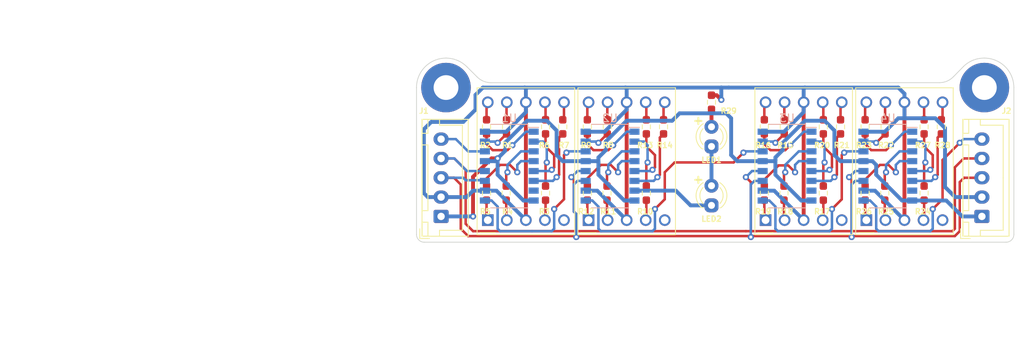
<source format=kicad_pcb>
(kicad_pcb (version 20221018) (generator pcbnew)
  (title_block (title "4 Digit 7 Segmen Display with 74HC595") (date "2023-06-30") (rev "Rev 1.0") (company "TooPayz") (comment 2 "Use at your own risk.") (comment 3 "Project completed and this board was never produced.") (comment 4 "Just trial and training :D."))
  (layers (0 "F.Cu" signal) (31 "B.Cu" signal) (34 "B.Paste" user) (35 "F.Paste" user) (36 "B.SilkS" user "B.Silkscreen") (37 "F.SilkS" user "F.Silkscreen") (38 "B.Mask" user) (39 "F.Mask" user) (44 "Edge.Cuts" user))
  (net 0 "")
  (net 1 "GND")
  (net 2 "+5V")
  (net 3 "Net-(J1-Pin_5)")
  (net 4 "/INP_RCLK")
  (net 5 "/INP_SRCLK")
  (net 6 "Net-(LED1-K)")
  (net 7 "Net-(LED1-A)")
  (net 8 "Net-(LED2-K)")
  (net 9 "Net-(U1-QA)")
  (net 10 "Net-(SEG1-A)")
  (net 11 "Net-(U1-QB)")
  (net 12 "Net-(SEG1-B)")
  (net 13 "Net-(U1-QC)")
  (net 14 "Net-(SEG1-C)")
  (net 15 "Net-(U1-QD)")
  (net 16 "Net-(SEG1-D)")
  (net 17 "Net-(U1-QE)")
  (net 18 "Net-(SEG1-E)")
  (net 19 "Net-(U1-QF)")
  (net 20 "Net-(SEG1-F)")
  (net 21 "Net-(U1-QG)")
  (net 22 "Net-(SEG1-G)")
  (net 23 "Net-(U2-QA)")
  (net 24 "Net-(SEG2-A)")
  (net 25 "Net-(U2-QB)")
  (net 26 "Net-(SEG2-B)")
  (net 27 "Net-(U2-QC)")
  (net 28 "Net-(SEG2-C)")
  (net 29 "Net-(U2-QD)")
  (net 30 "Net-(SEG2-D)")
  (net 31 "Net-(U2-QE)")
  (net 32 "Net-(SEG2-E)")
  (net 33 "Net-(U2-QF)")
  (net 34 "Net-(SEG2-F)")
  (net 35 "Net-(U2-QG)")
  (net 36 "Net-(SEG2-G)")
  (net 37 "Net-(U3-QA)")
  (net 38 "Net-(SEG3-A)")
  (net 39 "Net-(U3-QB)")
  (net 40 "Net-(SEG3-B)")
  (net 41 "Net-(U3-QC)")
  (net 42 "Net-(SEG3-C)")
  (net 43 "Net-(U3-QD)")
  (net 44 "Net-(SEG3-D)")
  (net 45 "Net-(U3-QE)")
  (net 46 "Net-(SEG3-E)")
  (net 47 "Net-(U3-QF)")
  (net 48 "Net-(SEG3-F)")
  (net 49 "Net-(U3-QG)")
  (net 50 "Net-(SEG3-G)")
  (net 51 "Net-(U4-QA)")
  (net 52 "Net-(SEG4-A)")
  (net 53 "Net-(U4-QB)")
  (net 54 "Net-(SEG4-B)")
  (net 55 "Net-(U4-QC)")
  (net 56 "Net-(SEG4-C)")
  (net 57 "Net-(U4-QD)")
  (net 58 "Net-(SEG4-D)")
  (net 59 "Net-(U4-QE)")
  (net 60 "Net-(SEG4-E)")
  (net 61 "Net-(U4-QF)")
  (net 62 "Net-(SEG4-F)")
  (net 63 "Net-(U4-QG)")
  (net 64 "Net-(SEG4-G)")
  (net 66 "Net-(U1-QH')")
  (net 67 "/toMinute")
  (net 69 "Net-(U3-QH')")
  (net 75 "/OUT_SER")
  (footprint "02pyzPassive:R_0603_HandSolder" (layer "F.Cu") (at 182.085 99.695 90)
    (fp_text reference "R21")
    (fp_text value "330")
  )
  (footprint "02pyzPassive:R_0603_HandSolder" (layer "F.Cu") (at 179.8625 99.695 90)
    (fp_text reference "R20")
    (fp_text value "330")
  )
  (footprint "02pyzPassive:R_0603_HandSolder" (layer "F.Cu") (at 185.26 99.695 90)
    (fp_text reference "R23")
    (fp_text value "330")
  )
  (footprint "02pyzPassive:R_0603_HandSolder" (layer "F.Cu") (at 157.0025 99.695 90)
    (fp_text reference "R13")
    (fp_text value "330")
  )
  (footprint "02pyzPassive:R_0603_HandSolder" (layer "F.Cu") (at 143.985 99.695 90)
    (fp_text reference "R6")
    (fp_text value "330")
  )
  (footprint "03pyzActive:LED_D3.0mm_RED" (layer "F.Cu") (at 165.4175 102.235 90)
    (fp_text reference "LED1")
    (fp_text value "LRED")
  )
  (footprint "02pyzPassive:R_0603_HandSolder" (layer "F.Cu") (at 143.985 108.2675 -90)
    (fp_text reference "R3")
    (fp_text value "330")
  )
  (footprint "02pyzPassive:R_0603_HandSolder" (layer "F.Cu") (at 195.1025 99.695 90)
    (fp_text reference "R28")
    (fp_text value "330")
  )
  (footprint "02pyzPassive:R_0603_HandSolder" (layer "F.Cu") (at 187.84 99.695 90)
    (fp_text reference "R22")
    (fp_text value "330")
  )
  (footprint "02pyzPassive:R_0603_HandSolder" (layer "F.Cu") (at 174.7825 108.2675 -90)
    (fp_text reference "R18")
    (fp_text value "330")
  )
  (footprint "02pyzPassive:R_0603_HandSolder" (layer "F.Cu") (at 149.3825 108.2675 -90)
    (fp_text reference "R12")
    (fp_text value "330")
  )
  (footprint "05pyzDisplay:Segmen-CA" (layer "F.Cu") (at 172.4025 111.76)
    (fp_text reference "SEG3" hide)
    (fp_text value "~" hide)
  )
  (footprint "05pyzDisplay:Segmen-CA" (layer "F.Cu") (at 149.5425 111.76)
    (fp_text reference "SEG2" hide)
    (fp_text value "~" hide)
  )
  (footprint "02pyzPassive:R_0603_HandSolder" (layer "F.Cu") (at 138.905 108.2675 -90)
    (fp_text reference "R4")
    (fp_text value "330")
  )
  (footprint "02pyzPassive:R_0603_HandSolder" (layer "F.Cu") (at 136.365 99.695 90)
    (fp_text reference "R2")
    (fp_text value "330")
  )
  (footprint "02pyzPassive:R_0603_HandSolder" (layer "F.Cu") (at 151.9625 99.695 90)
    (fp_text reference "R8")
    (fp_text value "330")
  )
  (footprint "02pyzPassive:R_0603_HandSolder" (layer "F.Cu") (at 157.0025 108.2675 -90)
    (fp_text reference "R10")
    (fp_text value "330")
  )
  (footprint "05pyzDisplay:Segmen-CA" (layer "F.Cu") (at 136.525 111.76)
    (fp_text reference "SEG1" hide)
    (fp_text value "~" hide)
  )
  (footprint "02pyzPassive:R_0603_HandSolder" (layer "F.Cu") (at 136.365 108.2675 -90)
    (fp_text reference "R5")
    (fp_text value "330")
  )
  (footprint "02pyzPassive:R_0603_HandSolder" (layer "F.Cu") (at 172.2425 108.2675 -90)
    (fp_text reference "R19")
    (fp_text value "330")
  )
  (footprint "02pyzPassive:R_0603_HandSolder" (layer "F.Cu") (at 192.88 99.695 90)
    (fp_text reference "R27")
    (fp_text value "330")
  )
  (footprint "02pyzPassive:R_0603_HandSolder" (layer "F.Cu") (at 149.3825 99.695 90)
    (fp_text reference "R9")
    (fp_text value "330")
  )
  (footprint "04pyzConnector:JST_XH_B5B-XH-A_1x05_P2.50mm_Vertical" (layer "F.Cu") (at 200.3425 111.2825 90)
    (fp_text reference "J2")
    (fp_text value "toMCU")
  )
  (footprint "02pyzPassive:R_0603_HandSolder" (layer "F.Cu") (at 151.9225 108.2675 -90)
    (fp_text reference "R11")
    (fp_text value "330")
  )
  (footprint "02pyzPassive:R_0603_HandSolder" (layer "F.Cu") (at 138.945 99.695 90)
    (fp_text reference "R1")
    (fp_text value "330")
  )
  (footprint "03pyzActive:LED_D3.0mm_RED" (layer "F.Cu") (at 165.4175 109.855 90)
    (fp_text reference "LED2")
    (fp_text value "LRED")
  )
  (footprint "01pyzGeneral:MountingHole_3.2mm_M3_Pad" (layer "F.Cu") (at 131.1275 94.615 90)
    (fp_text reference "H1" hide)
    (fp_text value "Screw" hide)
  )
  (footprint "02pyzPassive:R_0603_HandSolder" (layer "F.Cu") (at 185.26 108.2675 -90)
    (fp_text reference "R26")
    (fp_text value "330")
  )
  (footprint "02pyzPassive:R_0603_HandSolder" (layer "F.Cu") (at 165.4175 96.52 -90)
    (fp_text reference "R29")
    (fp_text value "330")
  )
  (footprint "02pyzPassive:R_0603_HandSolder" (layer "F.Cu") (at 172.2425 99.695 90)
    (fp_text reference "R16")
    (fp_text value "330")
  )
  (footprint "02pyzPassive:R_0603_HandSolder" (layer "F.Cu") (at 146.2075 99.695 90)
    (fp_text reference "R7")
    (fp_text value "330")
  )
  (footprint "02pyzPassive:R_0603_HandSolder" (layer "F.Cu") (at 192.88 108.2675 -90)
    (fp_text reference "R24")
    (fp_text value "330")
  )
  (footprint "05pyzDisplay:Segmen-CA" (layer "F.Cu") (at 185.42 111.76)
    (fp_text reference "SEG4" hide)
    (fp_text value "~" hide)
  )
  (footprint "01pyzGeneral:MountingHole_3.2mm_M3_Pad" (layer "F.Cu") (at 200.66 94.615)
    (fp_text reference "H2" hide)
    (fp_text value "Screw" hide)
  )
  (footprint "02pyzPassive:R_0603_HandSolder" (layer "F.Cu") (at 174.8225 99.695 90)
    (fp_text reference "R15")
    (fp_text value "330")
  )
  (footprint "02pyzPassive:R_0603_HandSolder" (layer "F.Cu") (at 187.8 108.2675 -90)
    (fp_text reference "R25")
    (fp_text value "330")
  )
  (footprint "02pyzPassive:R_0603_HandSolder" (layer "F.Cu") (at 179.8625 108.2675 -90)
    (fp_text reference "R17")
    (fp_text value "330")
  )
  (footprint "02pyzPassive:R_0603_HandSolder" (layer "F.Cu") (at 159.225 99.695 90)
    (fp_text reference "R14")
    (fp_text value "330")
  )
  (footprint "04pyzConnector:JST_XH_B5B-XH-A_1x05_P2.50mm_Vertical" (layer "F.Cu") (at 130.4925 111.2825 90)
    (fp_text reference "J1")
    (fp_text value "toMCU")
  )
  (footprint "Package_SO:SOP-16_4.4x10.4mm_P1.27mm" (layer "B.Cu") (at 175.175 104.775 180)
    (fp_text reference "U3")
    (fp_text value "IC-595")
  )
  (footprint "Package_SO:SOP-16_4.4x10.4mm_P1.27mm" (layer "B.Cu") (at 152.315 104.775 180)
    (fp_text reference "U2")
    (fp_text value "IC-595")
  )
  (footprint "Package_SO:SOP-16_4.4x10.4mm_P1.27mm" (layer "B.Cu") (at 188.1925 104.775 180)
    (fp_text reference "U4")
    (fp_text value "IC-595")
  )
  (footprint "Package_SO:SOP-16_4.4x10.4mm_P1.27mm" (layer "B.Cu") (at 139.2975 104.775 180)
    (fp_text reference "U1")
    (fp_text value "IC-595")
  )
  (gr_arc (start 127.3175 94.615) (mid 128.433423 91.920923) (end 131.1275 90.805) (stroke (width 0.1)) (layer "Edge.Cuts"))
  (gr_line (start 194.865281 93.98) (end 136.922219 93.98) (stroke (width 0.1)) (layer "Edge.Cuts"))
  (gr_line (start 204.47 94.615) (end 204.47 113.6175) (stroke (width 0.1)) (layer "Edge.Cuts"))
  (gr_arc (start 200.66 90.805) (mid 203.354077 91.920923) (end 204.47 94.615) (stroke (width 0.1)) (layer "Edge.Cuts"))
  (gr_arc (start 128.3175 114.6175) (mid 127.610393 114.324607) (end 127.3175 113.6175) (stroke (width 0.1)) (layer "Edge.Cuts"))
  (gr_arc (start 196.62904 93.251765) (mid 195.819378 93.790795) (end 194.865281 93.98) (stroke (width 0.1)) (layer "Edge.Cuts"))
  (gr_arc (start 204.47 113.6175) (mid 204.177107 114.324607) (end 203.47 114.6175) (stroke (width 0.1)) (layer "Edge.Cuts"))
  (gr_line (start 128.3175 114.6175) (end 203.47 114.6175) (stroke (width 0.1)) (layer "Edge.Cuts"))
  (gr_line (start 127.3175 113.6175) (end 127.3175 94.615003) (stroke (width 0.1)) (layer "Edge.Cuts"))
  (gr_line (start 196.62904 93.251765) (end 197.965923 91.887079) (stroke (width 0.1)) (layer "Edge.Cuts"))
  (gr_arc (start 131.1275 90.805) (mid 132.585524 91.095019) (end 133.821577 91.920923) (stroke (width 0.1)) (layer "Edge.Cuts"))
  (gr_arc (start 136.922219 93.98) (mid 135.968122 93.790787) (end 135.15846 93.251765) (stroke (width 0.1)) (layer "Edge.Cuts"))
  (gr_line (start 133.821577 91.920923) (end 135.15846 93.251765) (stroke (width 0.1)) (layer "Edge.Cuts"))
  (gr_arc (start 197.965923 91.887079) (mid 199.205346 91.078117) (end 200.66 90.805) (stroke (width 0.1)) (layer "Edge.Cuts"))
  (segment (start 137 103.778182) (end 134.62 106.158182) (width 0.5) (layer "F.Cu") (net 1))
  (segment (start 137.795 103.778182) (end 137 103.778182) (width 0.5) (layer "F.Cu") (net 1))
  (segment (start 134.62 106.158182) (end 134.62 111.2825) (width 0.5) (layer "F.Cu") (net 1))
  (via (at 137.795 103.778182) (size 0.8) (drill 0.4) (layers "F.Cu" "B.Cu") (net 1))
  (via (at 134.62 111.2825) (size 0.8) (drill 0.4) (layers "F.Cu" "B.Cu") (net 1))
  (segment (start 172.025 104.135) (end 168.745 104.135) (width 0.5) (layer "B.Cu") (net 1))
  (segment (start 141.1325 109.225) (end 137.795 105.8875) (width 0.5) (layer "B.Cu") (net 1))
  (segment (start 168.745 104.135) (end 167.9575 103.3475) (width 0.5) (layer "B.Cu") (net 1))
  (segment (start 173.6725 104.6175) (end 173.6725 103.9825) (width 0.5) (layer "B.Cu") (net 1))
  (segment (start 186.69 105.8875) (end 186.69 104.6175) (width 0.5) (layer "B.Cu") (net 1))
  (segment (start 141.605 98.9025) (end 138.7475 101.76) (width 0.5) (layer "B.Cu") (net 1))
  (segment (start 190.0275 109.225) (end 186.69 105.8875) (width 0.5) (layer "B.Cu") (net 1))
  (segment (start 195.7425 109.225) (end 197.8025 111.285) (width 0.5) (layer "B.Cu") (net 1))
  (segment (start 154.15 109.225) (end 150.8125 105.8875) (width 0.5) (layer "B.Cu") (net 1))
  (segment (start 149.165 104.135) (end 150.6475 104.135) (width 0.5) (layer "B.Cu") (net 1))
  (segment (start 173.52 104.135) (end 173.6725 103.9825) (width 0.5) (layer "B.Cu") (net 1))
  (segment (start 178.325 109.225) (end 177.01 109.225) (width 0.5) (layer "B.Cu") (net 1))
  (segment (start 191.3425 109.225) (end 190.0275 109.225) (width 0.5) (layer "B.Cu") (net 1))
  (segment (start 191.3425 109.225) (end 195.7425 109.225) (width 0.5) (layer "B.Cu") (net 1))
  (segment (start 160.3375 98.9025) (end 154.45995 98.9025) (width 0.5) (layer "B.Cu") (net 1))
  (segment (start 145.415 100.1725) (end 144.145 98.9025) (width 0.5) (layer "B.Cu") (net 1))
  (segment (start 173.6725 103.9825) (end 173.6725 103.6525) (width 0.5) (layer "B.Cu") (net 1))
  (segment (start 183.68 104.135) (end 182.08 104.135) (width 0.5) (layer "B.Cu") (net 1))
  (segment (start 151.765 101.59745) (end 151.765 102.7125) (width 0.5) (layer "B.Cu") (net 1))
  (segment (start 167.9575 103.3475) (end 167.9575 98.585) (width 0.5) (layer "B.Cu") (net 1))
  (segment (start 150.8125 104.3) (end 150.8125 103.665) (width 0.5) (layer "B.Cu") (net 1))
  (segment (start 173.6725 105.8875) (end 173.6725 104.6175) (width 0.5) (layer "B.Cu") (net 1))
  (segment (start 145.415 103.3475) (end 145.415 100.1725) (width 0.5) (layer "B.Cu") (net 1))
  (segment (start 177.01 109.225) (end 173.6725 105.8875) (width 0.5) (layer "B.Cu") (net 1))
  (segment (start 200.34 111.285) (end 200.3425 111.2825) (width 0.5) (layer "B.Cu") (net 1))
  (segment (start 134.62 111.2825) (end 130.4925 111.2825) (width 0.5) (layer "B.Cu") (net 1))
  (segment (start 161.29 97.95) (end 160.3375 98.9025) (width 0.5) (layer "B.Cu") (net 1))
  (segment (start 149.165 104.135) (end 146.2025 104.135) (width 0.5) (layer "B.Cu") (net 1))
  (segment (start 174.625 101.76) (end 177.4825 98.9025) (width 0.5) (layer "B.Cu") (net 1))
  (segment (start 181.2925 100.1725) (end 181.2925 103.3475) (width 0.5) (layer "B.Cu") (net 1))
  (segment (start 172.025 104.135) (end 173.52 104.135) (width 0.5) (layer "B.Cu") (net 1))
  (segment (start 197.8025 111.285) (end 200.34 111.285) (width 0.5) (layer "B.Cu") (net 1))
  (segment (start 177.4825 98.9025) (end 180.0225 98.9025) (width 0.5) (layer "B.Cu") (net 1))
  (segment (start 144.145 98.9025) (end 141.605 98.9025) (width 0.5) (layer "B.Cu") (net 1))
  (segment (start 150.8125 105.8875) (end 150.8125 104.3) (width 0.5) (layer "B.Cu") (net 1))
  (segment (start 167.3225 97.95) (end 161.29 97.95) (width 0.5) (layer "B.Cu") (net 1))
  (segment (start 186.2075 104.135) (end 185.0425 104.135) (width 0.5) (layer "B.Cu") (net 1))
  (segment (start 173.825 103.5) (end 174.625 102.7) (width 0.5) (layer "B.Cu") (net 1))
  (segment (start 150.6475 104.135) (end 150.8125 104.3) (width 0.5) (layer "B.Cu") (net 1))
  (segment (start 185.0425 104.135) (end 183.68 104.135) (width 0.5) (layer "B.Cu") (net 1))
  (segment (start 137.438182 104.135) (end 137.795 103.778182) (width 0.5) (layer "B.Cu") (net 1))
  (segment (start 137.795 105.8875) (end 137.795 103.778182) (width 0.5) (layer "B.Cu") (net 1))
  (segment (start 155.465 109.225) (end 154.15 109.225) (width 0.5) (layer "B.Cu") (net 1))
  (segment (start 154.45995 98.9025) (end 151.765 101.59745) (width 0.5) (layer "B.Cu") (net 1))
  (segment (start 180.0225 98.9025) (end 181.2925 100.1725) (width 0.5) (layer "B.Cu") (net 1))
  (segment (start 186.69 104.6175) (end 186.2075 104.135) (width 0.5) (layer "B.Cu") (net 1))
  (segment (start 136.1475 104.135) (end 137.438182 104.135) (width 0.5) (layer "B.Cu") (net 1))
  (segment (start 138.7475 101.76) (end 138.7475 102.825682) (width 0.5) (layer "B.Cu") (net 1))
  (segment (start 173.6725 103.6525) (end 173.825 103.5) (width 0.5) (layer "B.Cu") (net 1))
  (segment (start 182.08 104.135) (end 181.2925 103.3475) (width 0.5) (layer "B.Cu") (net 1))
  (segment (start 142.4475 109.225) (end 141.1325 109.225) (width 0.5) (layer "B.Cu") (net 1))
  (segment (start 151.765 102.7125) (end 150.8125 103.665) (width 0.5) (layer "B.Cu") (net 1))
  (segment (start 167.9575 98.585) (end 167.3225 97.95) (width 0.5) (layer "B.Cu") (net 1))
  (segment (start 146.2025 104.135) (end 145.415 103.3475) (width 0.5) (layer "B.Cu") (net 1))
  (segment (start 138.7475 102.825682) (end 137.795 103.778182) (width 0.5) (layer "B.Cu") (net 1))
  (segment (start 174.625 102.7) (end 174.625 101.76) (width 0.5) (layer "B.Cu") (net 1))
  (segment (start 166.0925 95.6075) (end 166.6875 96.2025) (width 0.5) (layer "F.Cu") (net 2))
  (segment (start 177.3225 96.52) (end 177.3225 111.76) (width 0.5) (layer "F.Cu") (net 2))
  (segment (start 165.4175 95.6075) (end 166.0925 95.6075) (width 0.5) (layer "F.Cu") (net 2))
  (segment (start 190.34 111.76) (end 190.34 96.52) (width 0.5) (layer "F.Cu") (net 2))
  (segment (start 154.4625 111.76) (end 154.4625 96.52) (width 0.5) (layer "F.Cu") (net 2))
  (segment (start 141.445 96.52) (end 141.445 111.76) (width 0.5) (layer "F.Cu") (net 2))
  (via (at 166.6875 96.2025) (size 0.8) (drill 0.4) (layers "F.Cu" "B.Cu") (net 2))
  (segment (start 133.7875 108.7825) (end 133.82625 108.74375) (width 0.5) (layer "B.Cu") (net 2))
  (segment (start 150.6525 107.95) (end 154.4625 111.76) (width 0.5) (layer "B.Cu") (net 2))
  (segment (start 171.925 107.95) (end 173.5125 107.95) (width 0.5) (layer "B.Cu") (net 2))
  (segment (start 184.9425 107.95) (end 186.53 107.95) (width 0.5) (layer "B.Cu") (net 2))
  (segment (start 195.58 99.855) (end 194.31 98.585) (width 0.5) (layer "B.Cu") (net 2))
  (segment (start 154.4625 96.52) (end 154.4625 97.475) (width 0.5) (layer "B.Cu") (net 2))
  (segment (start 167.64 94.615) (end 166.6875 94.615) (width 0.5) (layer "B.Cu") (net 2))
  (segment (start 141.445 96.52) (end 141.445 94.7725) (width 0.5) (layer "B.Cu") (net 2))
  (segment (start 174.79 100.325) (end 172.025 100.325) (width 0.5) (layer "B.Cu") (net 2))
  (segment (start 130.4925 108.7825) (end 133.7875 108.7825) (width 0.5) (layer "B.Cu") (net 2))
  (segment (start 189.5475 98.585) (end 189.23 98.9025) (width 0.5) (layer "B.Cu") (net 2))
  (segment (start 135.89 94.615) (end 134.9375 95.5675) (width 0.5) (layer "B.Cu") (net 2))
  (segment (start 186.53 107.95) (end 190.34 111.76) (width 0.5) (layer "B.Cu") (net 2))
  (segment (start 141.2875 94.615) (end 135.89 94.615) (width 0.5) (layer "B.Cu") (net 2))
  (segment (start 151.6125 100.325) (end 149.165 100.325) (width 0.5) (layer "B.Cu") (net 2))
  (segment (start 166.6875 94.615) (end 166.6875 96.2025) (width 0.5) (layer "B.Cu") (net 2))
  (segment (start 200.3425 108.7825) (end 196.8875 108.7825) (width 0.5) (layer "B.Cu") (net 2))
  (segment (start 166.6875 94.615) (end 154.305 94.615) (width 0.5) (layer "B.Cu") (net 2))
  (segment (start 177.3225 96.52) (end 177.3225 97.7925) (width 0.5) (layer "B.Cu") (net 2))
  (segment (start 190.34 98.425) (end 190.5 98.585) (width 0.5) (layer "B.Cu") (net 2))
  (segment (start 190.34 96.52) (end 190.34 95.4075) (width 0.5) (layer "B.Cu") (net 2))
  (segment (start 134.62 107.95) (end 136.0475 107.95) (width 0.5) (layer "B.Cu") (net 2))
  (segment (start 133.82625 108.74375) (end 134.62 107.95) (width 0.5) (layer "B.Cu") (net 2))
  (segment (start 189.23 98.9025) (end 187.8075 100.325) (width 0.5) (layer "B.Cu") (net 2))
  (segment (start 134.9375 97.4725) (end 133.35 99.06) (width 0.5) (layer "B.Cu") (net 2))
  (segment (start 130.4925 108.7825) (end 128.785 108.7825) (width 0.5) (layer "B.Cu") (net 2))
  (segment (start 134.9375 95.5675) (end 134.9375 97.4725) (width 0.5) (layer "B.Cu") (net 2))
  (segment (start 136.0475 107.95) (end 137.635 107.95) (width 0.5) (layer "B.Cu") (net 2))
  (segment (start 133.35 99.06) (end 129.2225 99.06) (width 0.5) (layer "B.Cu") (net 2))
  (segment (start 128.785 108.7825) (end 128.27 108.2675) (width 0.5) (layer "B.Cu") (net 2))
  (segment (start 138.905 100.33) (end 141.445 97.79) (width 0.5) (layer "B.Cu") (net 2))
  (segment (start 190.34 96.52) (end 190.34 98.425) (width 0.5) (layer "B.Cu") (net 2))
  (segment (start 154.305 94.615) (end 141.2875 94.615) (width 0.5) (layer "B.Cu") (net 2))
  (segment (start 177.3225 97.7925) (end 174.79 100.325) (width 0.5) (layer "B.Cu") (net 2))
  (segment (start 177.4825 94.615) (end 167.64 94.615) (width 0.5) (layer "B.Cu") (net 2))
  (segment (start 154.4625 97.475) (end 151.6125 100.325) (width 0.5) (layer "B.Cu") (net 2))
  (segment (start 190.34 95.4075) (end 189.5475 94.615) (width 0.5) (layer "B.Cu") (net 2))
  (segment (start 195.58 107.475) (end 195.58 99.855) (width 0.5) (layer "B.Cu") (net 2))
  (segment (start 189.5475 94.615) (end 177.4825 94.615) (width 0.5) (layer "B.Cu") (net 2))
  (segment (start 128.27 100.0125) (end 128.27 108.2675) (width 0.5) (layer "B.Cu") (net 2))
  (segment (start 137.635 107.95) (end 141.445 111.76) (width 0.5) (layer "B.Cu") (net 2))
  (segment (start 173.5125 107.95) (end 177.3225 111.76) (width 0.5) (layer "B.Cu") (net 2))
  (segment (start 129.2225 99.06) (end 128.27 100.0125) (width 0.5) (layer "B.Cu") (net 2))
  (segment (start 136.0475 100.33) (end 138.905 100.33) (width 0.5) (layer "B.Cu") (net 2))
  (segment (start 187.8075 100.325) (end 185.0425 100.325) (width 0.5) (layer "B.Cu") (net 2))
  (segment (start 141.445 97.79) (end 141.445 96.52) (width 0.5) (layer "B.Cu") (net 2))
  (segment (start 154.4625 94.7725) (end 154.305 94.615) (width 0.5) (layer "B.Cu") (net 2))
  (segment (start 194.31 98.585) (end 190.5 98.585) (width 0.5) (layer "B.Cu") (net 2))
  (segment (start 190.5 98.585) (end 189.5475 98.585) (width 0.5) (layer "B.Cu") (net 2))
  (segment (start 141.445 94.7725) (end 141.2875 94.615) (width 0.5) (layer "B.Cu") (net 2))
  (segment (start 177.3225 94.775) (end 177.4825 94.615) (width 0.5) (layer "B.Cu") (net 2))
  (segment (start 177.3225 96.52) (end 177.3225 94.775) (width 0.5) (layer "B.Cu") (net 2))
  (segment (start 196.8875 108.7825) (end 195.58 107.475) (width 0.5) (layer "B.Cu") (net 2))
  (segment (start 154.4625 96.52) (end 154.4625 94.7725) (width 0.5) (layer "B.Cu") (net 2))
  (segment (start 149.065 107.95) (end 150.6525 107.95) (width 0.5) (layer "B.Cu") (net 2))
  (segment (start 130.4925 101.2825) (end 132.3975 101.2825) (width 0.32) (layer "B.Cu") (net 3))
  (segment (start 132.3975 101.2825) (end 133.985 102.87) (width 0.32) (layer "B.Cu") (net 3))
  (segment (start 136.0475 102.87) (end 133.985 102.87) (width 0.32) (layer "B.Cu") (net 3))
  (segment (start 133.6675 105.2525) (end 133.6675 112.2375) (width 0.32) (layer "F.Cu") (net 4))
  (segment (start 196.85 104.935) (end 196.85 112.8725) (width 0.32) (layer "F.Cu") (net 4))
  (segment (start 147.32 106.205) (end 147.6375 106.5225) (width 0.32) (layer "F.Cu") (net 4))
  (segment (start 198.0025 103.7825) (end 196.85 104.935) (width 0.32) (layer "F.Cu") (net 4))
  (segment (start 183.515 106.5225) (end 183.515 113.19) (width 0.32) (layer "F.Cu") (net 4))
  (segment (start 133.6675 112.2375) (end 134.62 113.19) (width 0.32) (layer "F.Cu") (net 4))
  (segment (start 183.515 113.19) (end 170.4975 113.19) (width 0.32) (layer "F.Cu") (net 4))
  (segment (start 200.3425 103.7825) (end 198.0025 103.7825) (width 0.32) (layer "F.Cu") (net 4))
  (segment (start 196.5325 113.19) (end 183.515 113.19) (width 0.32) (layer "F.Cu") (net 4))
  (segment (start 134.62 113.19) (end 147.955 113.19) (width 0.32) (layer "F.Cu") (net 4))
  (segment (start 132.1975 103.7825) (end 133.6675 105.2525) (width 0.32) (layer "F.Cu") (net 4))
  (segment (start 170.4975 113.19) (end 170.4975 106.84) (width 0.32) (layer "F.Cu") (net 4))
  (segment (start 169.8625 113.19) (end 147.955 113.19) (width 0.32) (layer "F.Cu") (net 4))
  (segment (start 183.1975 106.205) (end 183.515 106.5225) (width 0.32) (layer "F.Cu") (net 4))
  (segment (start 170.4975 106.84) (end 169.8625 106.205) (width 0.32) (layer "F.Cu") (net 4))
  (segment (start 170.4975 113.19) (end 169.8625 113.19) (width 0.32) (layer "F.Cu") (net 4))
  (segment (start 147.6375 106.5225) (end 147.6375 110.65) (width 0.32) (layer "F.Cu") (net 4))
  (segment (start 147.955 110.9675) (end 147.955 113.19) (width 0.32) (layer "F.Cu") (net 4))
  (segment (start 196.85 112.8725) (end 196.5325 113.19) (width 0.32) (layer "F.Cu") (net 4))
  (segment (start 130.4925 103.7825) (end 132.1975 103.7825) (width 0.32) (layer "F.Cu") (net 4))
  (segment (start 147.6375 110.65) (end 147.955 110.9675) (width 0.32) (layer "F.Cu") (net 4))
  (via (at 147.32 106.205) (size 0.8) (drill 0.4) (layers "F.Cu" "B.Cu") (net 4))
  (via (at 169.8625 106.205) (size 0.8) (drill 0.4) (layers "F.Cu" "B.Cu") (net 4))
  (via (at 183.1975 106.205) (size 0.8) (drill 0.4) (layers "F.Cu" "B.Cu") (net 4))
  (segment (start 132.1975 103.7825) (end 130.4925 103.7825) (width 0.32) (layer "B.Cu") (net 4))
  (segment (start 133.83 105.415) (end 132.1975 103.7825) (width 0.32) (layer "B.Cu") (net 4))
  (segment (start 149.165 105.415) (end 148.11 105.415) (width 0.32) (layer "B.Cu") (net 4))
  (segment (start 170.6525 105.415) (end 169.8625 106.205) (width 0.32) (layer "B.Cu") (net 4))
  (segment (start 183.9875 105.415) (end 183.1975 106.205) (width 0.32) (layer "B.Cu") (net 4))
  (segment (start 185.0425 105.415) (end 183.9875 105.415) (width 0.32) (layer "B.Cu") (net 4))
  (segment (start 136.1475 105.415) (end 133.83 105.415) (width 0.32) (layer "B.Cu") (net 4))
  (segment (start 148.11 105.415) (end 147.32 106.205) (width 0.32) (layer "B.Cu") (net 4))
  (segment (start 172.025 105.415) (end 170.6525 105.415) (width 0.32) (layer "B.Cu") (net 4))
  (segment (start 196.85 113.825) (end 197.485 113.19) (width 0.32) (layer "F.Cu") (net 5))
  (segment (start 133.0325 112.8725) (end 133.0325 107.1575) (width 0.32) (layer "F.Cu") (net 5))
  (segment (start 197.485 113.19) (end 197.485 106.84) (width 0.32) (layer "F.Cu") (net 5))
  (segment (start 197.485 106.84) (end 198.0425 106.2825) (width 0.32) (layer "F.Cu") (net 5))
  (segment (start 198.0425 106.2825) (end 200.3425 106.2825) (width 0.32) (layer "F.Cu") (net 5))
  (segment (start 133.985 113.825) (end 196.85 113.825) (width 0.32) (layer "F.Cu") (net 5))
  (segment (start 130.4925 106.2825) (end 132.1575 106.2825) (width 0.32) (layer "F.Cu") (net 5))
  (segment (start 133.0325 112.8725) (end 133.985 113.825) (width 0.32) (layer "F.Cu") (net 5))
  (segment (start 132.1575 106.2825) (end 133.0325 107.1575) (width 0.32) (layer "F.Cu") (net 5))
  (via (at 183.515 113.9495) (size 0.8) (drill 0.4) (layers "F.Cu" "B.Cu") (net 5))
  (via (at 170.4975 113.9495) (size 0.8) (drill 0.4) (layers "F.Cu" "B.Cu") (net 5))
  (via (at 147.955 113.9495) (size 0.8) (drill 0.4) (layers "F.Cu" "B.Cu") (net 5))
  (segment (start 149.165 106.685) (end 148.11 106.685) (width 0.32) (layer "B.Cu") (net 5))
  (segment (start 133.35 106.2825) (end 133.6675 106.6) (width 0.32) (layer "B.Cu") (net 5))
  (segment (start 147.955 110.9675) (end 147.955 113.9495) (width 0.32) (layer "B.Cu") (net 5))
  (segment (start 147.6375 110.65) (end 147.955 110.9675) (width 0.32) (layer "B.Cu") (net 5))
  (segment (start 170.97 106.685) (end 170.4975 107.1575) (width 0.32) (layer "B.Cu") (net 5))
  (segment (start 170.4975 107.1575) (end 170.4975 113.9495) (width 0.32) (layer "B.Cu") (net 5))
  (segment (start 172.025 106.685) (end 170.97 106.685) (width 0.32) (layer "B.Cu") (net 5))
  (segment (start 135.9675 106.6) (end 133.6675 106.6) (width 0.32) (layer "B.Cu") (net 5))
  (segment (start 136.0475 106.68) (end 135.9675 106.6) (width 0.32) (layer "B.Cu") (net 5))
  (segment (start 185.0425 106.685) (end 183.9875 106.685) (width 0.32) (layer "B.Cu") (net 5))
  (segment (start 148.11 106.685) (end 147.6375 107.1575) (width 0.32) (layer "B.Cu") (net 5))
  (segment (start 147.6375 107.1575) (end 147.6375 110.65) (width 0.32) (layer "B.Cu") (net 5))
  (segment (start 183.9875 106.685) (end 183.515 107.1575) (width 0.32) (layer "B.Cu") (net 5))
  (segment (start 183.515 107.1575) (end 183.515 113.9495) (width 0.32) (layer "B.Cu") (net 5))
  (segment (start 130.4925 106.2825) (end 133.35 106.2825) (width 0.32) (layer "B.Cu") (net 5))
  (segment (start 165.4175 107.315) (end 165.4175 102.235) (width 0.5) (layer "B.Cu") (net 6))
  (segment (start 165.4175 97.4325) (end 165.4175 99.695) (width 0.5) (layer "F.Cu") (net 7))
  (segment (start 155.465 107.945) (end 160.8075 107.945) (width 0.5) (layer "B.Cu") (net 8))
  (segment (start 160.8075 107.945) (end 162.7175 109.855) (width 0.5) (layer "B.Cu") (net 8))
  (segment (start 162.7175 109.855) (end 165.4175 109.855) (width 0.5) (layer "B.Cu") (net 8))
  (segment (start 138.945 100.6075) (end 138.945 100.61) (width 0.32) (layer "F.Cu") (net 9))
  (segment (start 138.945 100.61) (end 137.795 101.76) (width 0.32) (layer "F.Cu") (net 9))
  (via (at 137.795 101.76) (size 0.8) (drill 0.4) (layers "F.Cu" "B.Cu") (net 9))
  (segment (start 136.1475 101.605) (end 137.64 101.605) (width 0.32) (layer "B.Cu") (net 9))
  (segment (start 137.64 101.605) (end 137.795 101.76) (width 0.32) (layer "B.Cu") (net 9))
  (segment (start 138.945 96.56) (end 138.985 96.52) (width 0.32) (layer "F.Cu") (net 10))
  (segment (start 138.945 98.7825) (end 138.945 96.56) (width 0.32) (layer "F.Cu") (net 10))
  (segment (start 136.365 101.9175) (end 136.365 100.6075) (width 0.32) (layer "F.Cu") (net 11))
  (segment (start 137.16 102.7125) (end 136.365 101.9175) (width 0.32) (layer "F.Cu") (net 11))
  (segment (start 139.7 102.0775) (end 139.065 102.7125) (width 0.32) (layer "F.Cu") (net 11))
  (segment (start 139.065 102.7125) (end 137.16 102.7125) (width 0.32) (layer "F.Cu") (net 11))
  (via (at 139.7 102.0775) (size 0.8) (drill 0.4) (layers "F.Cu" "B.Cu") (net 11))
  (segment (start 142.4475 100.325) (end 141.4525 100.325) (width 0.32) (layer "B.Cu") (net 11))
  (segment (start 141.4525 100.325) (end 139.7 102.0775) (width 0.32) (layer "B.Cu") (net 11))
  (segment (start 136.365 98.7825) (end 136.365 96.68) (width 0.32) (layer "F.Cu") (net 12))
  (segment (start 136.365 96.68) (end 136.525 96.52) (width 0.32) (layer "F.Cu") (net 12))
  (segment (start 143.985 104.46) (end 144.145 104.3) (width 0.32) (layer "F.Cu") (net 13))
  (segment (start 143.985 107.355) (end 143.985 104.46) (width 0.32) (layer "F.Cu") (net 13))
  (via (at 144.145 104.3) (size 0.8) (drill 0.4) (layers "F.Cu" "B.Cu") (net 13))
  (segment (start 144.145 104.3) (end 144.145 102.0775) (width 0.32) (layer "B.Cu") (net 13))
  (segment (start 143.6725 101.605) (end 144.145 102.0775) (width 0.32) (layer "B.Cu") (net 13))
  (segment (start 142.4475 101.605) (end 143.6725 101.605) (width 0.32) (layer "B.Cu") (net 13))
  (segment (start 143.985 111.68) (end 143.905 111.76) (width 0.32) (layer "F.Cu") (net 14))
  (segment (start 143.985 109.18) (end 143.985 111.68) (width 0.32) (layer "F.Cu") (net 14))
  (segment (start 138.905 105.73) (end 139.065 105.57) (width 0.32) (layer "F.Cu") (net 15))
  (segment (start 138.905 107.355) (end 138.905 105.73) (width 0.32) (layer "F.Cu") (net 15))
  (via (at 139.065 105.57) (size 0.8) (drill 0.4) (layers "F.Cu" "B.Cu") (net 15))
  (segment (start 140.8175 102.865) (end 139.065 104.6175) (width 0.32) (layer "B.Cu") (net 15))
  (segment (start 142.4475 102.865) (end 140.8175 102.865) (width 0.32) (layer "B.Cu") (net 15))
  (segment (start 139.065 104.6175) (end 139.065 105.57) (width 0.32) (layer "B.Cu") (net 15))
  (segment (start 138.905 109.18) (end 138.905 111.68) (width 0.32) (layer "F.Cu") (net 16))
  (segment (start 138.905 111.68) (end 138.985 111.76) (width 0.32) (layer "F.Cu") (net 16))
  (segment (start 138.1125 104.6175) (end 136.365 106.365) (width 0.32) (layer "F.Cu") (net 17))
  (segment (start 140.335 105.57) (end 139.3825 104.6175) (width 0.32) (layer "F.Cu") (net 17))
  (segment (start 139.3825 104.6175) (end 138.1125 104.6175) (width 0.32) (layer "F.Cu") (net 17))
  (segment (start 136.365 106.365) (end 136.365 107.355) (width 0.32) (layer "F.Cu") (net 17))
  (via (at 140.335 105.57) (size 0.8) (drill 0.4) (layers "F.Cu" "B.Cu") (net 17))
  (segment (start 142.4475 104.135) (end 140.8175 104.135) (width 0.32) (layer "B.Cu") (net 17))
  (segment (start 140.335 104.6175) (end 140.335 105.57) (width 0.32) (layer "B.Cu") (net 17))
  (segment (start 140.8175 104.135) (end 140.335 104.6175) (width 0.32) (layer "B.Cu") (net 17))
  (segment (start 136.365 111.6) (end 136.525 111.76) (width 0.32) (layer "F.Cu") (net 18))
  (segment (start 136.365 109.18) (end 136.365 111.6) (width 0.32) (layer "F.Cu") (net 18))
  (segment (start 145.0975 103.3475) (end 145.0975 104.935) (width 0.32) (layer "F.Cu") (net 19))
  (segment (start 143.985 102.235) (end 145.0975 103.3475) (width 0.32) (layer "F.Cu") (net 19))
  (segment (start 145.0975 104.935) (end 144.78 105.2525) (width 0.32) (layer "F.Cu") (net 19))
  (segment (start 143.985 100.6075) (end 143.985 102.235) (width 0.32) (layer "F.Cu") (net 19))
  (via (at 144.78 105.2525) (size 0.8) (drill 0.4) (layers "F.Cu" "B.Cu") (net 19))
  (segment (start 144.6175 105.415) (end 144.78 105.2525) (width 0.32) (layer "B.Cu") (net 19))
  (segment (start 142.4475 105.415) (end 144.6175 105.415) (width 0.32) (layer "B.Cu") (net 19))
  (segment (start 143.985 96.6) (end 143.905 96.52) (width 0.32) (layer "F.Cu") (net 20))
  (segment (start 143.985 98.7825) (end 143.985 96.6) (width 0.32) (layer "F.Cu") (net 20))
  (segment (start 146.2075 100.6075) (end 145.7325 101.0825) (width 0.32) (layer "F.Cu") (net 21))
  (segment (start 145.7325 105.8875) (end 145.415 106.205) (width 0.32) (layer "F.Cu") (net 21))
  (segment (start 145.7325 101.0825) (end 145.7325 105.8875) (width 0.32) (layer "F.Cu") (net 21))
  (via (at 145.415 106.205) (size 0.8) (drill 0.4) (layers "F.Cu" "B.Cu") (net 21))
  (segment (start 142.4475 106.685) (end 144.935 106.685) (width 0.32) (layer "B.Cu") (net 21))
  (segment (start 144.935 106.685) (end 145.415 106.205) (width 0.32) (layer "B.Cu") (net 21))
  (segment (start 146.365 96.52) (end 146.365 98.625) (width 0.32) (layer "F.Cu") (net 22))
  (segment (start 146.365 98.625) (end 146.2075 98.7825) (width 0.32) (layer "F.Cu") (net 22))
  (segment (start 151.9625 100.61) (end 150.8125 101.76) (width 0.32) (layer "F.Cu") (net 23))
  (segment (start 151.9625 100.6075) (end 151.9625 100.61) (width 0.32) (layer "F.Cu") (net 23))
  (via (at 150.8125 101.76) (size 0.8) (drill 0.4) (layers "F.Cu" "B.Cu") (net 23))
  (segment (start 150.8125 101.76) (end 150.81 101.6) (width 0.32) (layer "B.Cu") (net 23))
  (segment (start 150.81 101.6) (end 149.065 101.6) (width 0.32) (layer "B.Cu") (net 23))
  (segment (start 151.9625 96.56) (end 152.0025 96.52) (width 0.32) (layer "F.Cu") (net 24))
  (segment (start 151.9625 98.7825) (end 151.9625 96.56) (width 0.32) (layer "F.Cu") (net 24))
  (segment (start 150.1775 102.7125) (end 149.3825 101.9175) (width 0.32) (layer "F.Cu") (net 25))
  (segment (start 149.3825 101.9175) (end 149.3825 100.6075) (width 0.32) (layer "F.Cu") (net 25))
  (segment (start 152.0825 102.7125) (end 150.1775 102.7125) (width 0.32) (layer "F.Cu") (net 25))
  (segment (start 152.7175 102.0775) (end 152.0825 102.7125) (width 0.32) (layer "F.Cu") (net 25))
  (via (at 152.7175 102.0775) (size 0.8) (drill 0.4) (layers "F.Cu" "B.Cu") (net 25))
  (segment (start 154.47 100.325) (end 152.7175 102.0775) (width 0.32) (layer "B.Cu") (net 25))
  (segment (start 155.465 100.325) (end 154.47 100.325) (width 0.32) (layer "B.Cu") (net 25))
  (segment (start 149.3825 96.68) (end 149.5425 96.52) (width 0.32) (layer "F.Cu") (net 26))
  (segment (start 149.3825 98.7825) (end 149.3825 96.68) (width 0.32) (layer "F.Cu") (net 26))
  (segment (start 157.0025 107.355) (end 157.0025 104.46) (width 0.32) (layer "F.Cu") (net 27))
  (segment (start 157.0025 104.46) (end 157.1625 104.3) (width 0.32) (layer "F.Cu") (net 27))
  (via (at 157.1625 104.3) (size 0.8) (drill 0.4) (layers "F.Cu" "B.Cu") (net 27))
  (segment (start 156.69 101.605) (end 155.465 101.605) (width 0.32) (layer "B.Cu") (net 27))
  (segment (start 157.1625 102.0775) (end 156.69 101.605) (width 0.32) (layer "B.Cu") (net 27))
  (segment (start 157.1625 104.3) (end 157.1625 102.0775) (width 0.32) (layer "B.Cu") (net 27))
  (segment (start 157.0025 111.68) (end 156.9225 111.76) (width 0.32) (layer "F.Cu") (net 28))
  (segment (start 157.0025 109.18) (end 157.0025 111.68) (width 0.32) (layer "F.Cu") (net 28))
  (segment (start 151.9225 105.73) (end 152.0825 105.57) (width 0.32) (layer "F.Cu") (net 29))
  (segment (start 151.9225 107.355) (end 151.9225 105.73) (width 0.32) (layer "F.Cu") (net 29))
  (via (at 152.0825 105.57) (size 0.8) (drill 0.4) (layers "F.Cu" "B.Cu") (net 29))
  (segment (start 153.835 102.865) (end 152.0825 104.6175) (width 0.32) (layer "B.Cu") (net 29))
  (segment (start 152.0825 104.6175) (end 152.0825 105.57) (width 0.32) (layer "B.Cu") (net 29))
  (segment (start 155.465 102.865) (end 153.835 102.865) (width 0.32) (layer "B.Cu") (net 29))
  (segment (start 151.9225 109.18) (end 151.9225 111.68) (width 0.32) (layer "F.Cu") (net 30))
  (segment (start 151.9225 111.68) (end 152.0025 111.76) (width 0.32) (layer "F.Cu") (net 30))
  (segment (start 152.4 104.6175) (end 151.13 104.6175) (width 0.32) (layer "F.Cu") (net 31))
  (segment (start 151.13 104.6175) (end 149.3825 106.365) (width 0.32) (layer "F.Cu") (net 31))
  (segment (start 149.3825 106.365) (end 149.3825 107.355) (width 0.32) (layer "F.Cu") (net 31))
  (segment (start 153.3525 105.57) (end 152.4 104.6175) (width 0.32) (layer "F.Cu") (net 31))
  (via (at 153.3525 105.57) (size 0.8) (drill 0.4) (layers "F.Cu" "B.Cu") (net 31))
  (segment (start 155.465 104.135) (end 153.835 104.135) (width 0.32) (layer "B.Cu") (net 31))
  (segment (start 153.835 104.135) (end 153.3525 104.6175) (width 0.32) (layer "B.Cu") (net 31))
  (segment (start 153.3525 104.6175) (end 153.3525 105.57) (width 0.32) (layer "B.Cu") (net 31))
  (segment (start 149.3825 109.18) (end 149.3825 111.6) (width 0.32) (layer "F.Cu") (net 32))
  (segment (start 149.3825 111.6) (end 149.5425 111.76) (width 0.32) (layer "F.Cu") (net 32))
  (segment (start 158.115 103.3475) (end 157.0025 102.235) (width 0.32) (layer "F.Cu") (net 33))
  (segment (start 157.7975 105.2525) (end 158.115 104.935) (width 0.32) (layer "F.Cu") (net 33))
  (segment (start 157.0025 102.235) (end 157.0025 100.6075) (width 0.32) (layer "F.Cu") (net 33))
  (segment (start 158.115 104.935) (end 158.115 103.3475) (width 0.32) (layer "F.Cu") (net 33))
  (via (at 157.7975 105.2525) (size 0.8) (drill 0.4) (layers "F.Cu" "B.Cu") (net 33))
  (segment (start 155.465 105.415) (end 157.635 105.415) (width 0.32) (layer "B.Cu") (net 33))
  (segment (start 157.635 105.415) (end 157.7975 105.2525) (width 0.32) (layer "B.Cu") (net 33))
  (segment (start 157.0025 96.6) (end 156.9225 96.52) (width 0.32) (layer "F.Cu") (net 34))
  (segment (start 157.0025 98.7825) (end 157.0025 96.6) (width 0.32) (layer "F.Cu") (net 34))
  (segment (start 158.75 101.0825) (end 159.225 100.6075) (width 0.32) (layer "F.Cu") (net 35))
  (segment (start 158.4325 106.205) (end 158.75 105.8875) (width 0.32) (layer "F.Cu") (net 35))
  (segment (start 158.75 105.8875) (end 158.75 101.0825) (width 0.32) (layer "F.Cu") (net 35))
  (via (at 158.4325 106.205) (size 0.8) (drill 0.4) (layers "F.Cu" "B.Cu") (net 35))
  (segment (start 157.9525 106.685) (end 158.4325 106.205) (width 0.32) (layer "B.Cu") (net 35))
  (segment (start 155.465 106.685) (end 157.9525 106.685) (width 0.32) (layer "B.Cu") (net 35))
  (segment (start 159.225 98.7825) (end 159.225 96.6775) (width 0.32) (layer "F.Cu") (net 36))
  (segment (start 159.225 96.6775) (end 159.3825 96.52) (width 0.32) (layer "F.Cu") (net 36))
  (segment (start 174.8225 100.6075) (end 174.8225 100.61) (width 0.32) (layer "F.Cu") (net 37))
  (segment (start 174.8225 100.61) (end 173.6725 101.76) (width 0.32) (layer "F.Cu") (net 37))
  (via (at 173.6725 101.76) (size 0.8) (drill 0.4) (layers "F.Cu" "B.Cu") (net 37))
  (segment (start 173.5175 101.605) (end 173.6725 101.76) (width 0.32) (layer "B.Cu") (net 37))
  (segment (start 172.025 101.605) (end 173.5175 101.605) (width 0.32) (layer "B.Cu") (net 37))
  (segment (start 174.8225 98.7825) (end 174.8225 96.56) (width 0.32) (layer "F.Cu") (net 38))
  (segment (start 174.8225 96.56) (end 174.8625 96.52) (width 0.32) (layer "F.Cu") (net 38))
  (segment (start 173.0375 102.7125) (end 174.9425 102.7125) (width 0.32) (layer "F.Cu") (net 39))
  (segment (start 175.5775 102.0775) (end 174.9425 102.7125) (width 0.32) (layer "F.Cu") (net 39))
  (segment (start 172.2425 100.6075) (end 172.2425 101.9175) (width 0.32) (layer "F.Cu") (net 39))
  (segment (start 172.2425 101.9175) (end 173.0375 102.7125) (width 0.32) (layer "F.Cu") (net 39))
  (via (at 175.5775 102.0775) (size 0.8) (drill 0.4) (layers "F.Cu" "B.Cu") (net 39))
  (segment (start 178.325 100.325) (end 177.33 100.325) (width 0.32) (layer "B.Cu") (net 39))
  (segment (start 177.33 100.325) (end 175.5775 102.0775) (width 0.32) (layer "B.Cu") (net 39))
  (segment (start 172.2425 98.7825) (end 172.2425 96.68) (width 0.32) (layer "F.Cu") (net 40))
  (segment (start 172.2425 96.68) (end 172.4025 96.52) (width 0.32) (layer "F.Cu") (net 40))
  (segment (start 179.8625 107.355) (end 179.8625 104.46) (width 0.32) (layer "F.Cu") (net 41))
  (segment (start 179.8625 104.46) (end 180.0225 104.3) (width 0.32) (layer "F.Cu") (net 41))
  (via (at 180.0225 104.3) (size 0.8) (drill 0.4) (layers "F.Cu" "B.Cu") (net 41))
  (segment (start 180.0225 102.0775) (end 179.55 101.605) (width 0.32) (layer "B.Cu") (net 41))
  (segment (start 180.0225 104.3) (end 180.0225 102.0775) (width 0.32) (layer "B.Cu") (net 41))
  (segment (start 179.55 101.605) (end 178.325 101.605) (width 0.32) (layer "B.Cu") (net 41))
  (segment (start 179.8625 111.68) (end 179.7825 111.76) (width 0.32) (layer "F.Cu") (net 42))
  (segment (start 179.8625 109.18) (end 179.8625 111.68) (width 0.32) (layer "F.Cu") (net 42))
  (segment (start 174.7825 105.885) (end 174.7825 107.355) (width 0.32) (layer "F.Cu") (net 43))
  (segment (start 174.9425 105.57) (end 174.7825 105.885) (width 0.32) (layer "F.Cu") (net 43))
  (via (at 174.9425 105.57) (size 0.8) (drill 0.4) (layers "F.Cu" "B.Cu") (net 43))
  (segment (start 174.9425 104.6175) (end 176.695 102.865) (width 0.32) (layer "B.Cu") (net 43))
  (segment (start 176.695 102.865) (end 178.325 102.865) (width 0.32) (layer "B.Cu") (net 43))
  (segment (start 174.9425 105.57) (end 174.9425 104.6175) (width 0.32) (layer "B.Cu") (net 43))
  (segment (start 174.7825 109.18) (end 174.7825 111.68) (width 0.32) (layer "F.Cu") (net 44))
  (segment (start 174.7825 111.68) (end 174.8625 111.76) (width 0.32) (layer "F.Cu") (net 44))
  (segment (start 172.2425 106.5225) (end 172.2425 107.355) (width 0.32) (layer "F.Cu") (net 45))
  (segment (start 174.083601 104.681399) (end 172.2425 106.5225) (width 0.32) (layer "F.Cu") (net 45))
  (segment (start 176.2125 105.57) (end 175.323899 104.681399) (width 0.32) (layer "F.Cu") (net 45))
  (segment (start 175.323899 104.681399) (end 174.083601 104.681399) (width 0.32) (layer "F.Cu") (net 45))
  (via (at 176.2125 105.57) (size 0.8) (drill 0.4) (layers "F.Cu" "B.Cu") (net 45))
  (segment (start 176.695 104.135) (end 176.2125 104.6175) (width 0.32) (layer "B.Cu") (net 45))
  (segment (start 178.325 104.135) (end 176.695 104.135) (width 0.32) (layer "B.Cu") (net 45))
  (segment (start 176.2125 104.6175) (end 176.2125 105.57) (width 0.32) (layer "B.Cu") (net 45))
  (segment (start 172.2425 109.18) (end 172.2425 111.6) (width 0.32) (layer "F.Cu") (net 46))
  (segment (start 172.2425 111.6) (end 172.4025 111.76) (width 0.32) (layer "F.Cu") (net 46))
  (segment (start 180.975 104.935) (end 180.6575 105.2525) (width 0.32) (layer "F.Cu") (net 47))
  (segment (start 179.8625 102.235) (end 180.975 103.3475) (width 0.32) (layer "F.Cu") (net 47))
  (segment (start 179.8625 100.6075) (end 179.8625 102.235) (width 0.32) (layer "F.Cu") (net 47))
  (segment (start 180.975 103.3475) (end 180.975 104.935) (width 0.32) (layer "F.Cu") (net 47))
  (via (at 180.6575 105.2525) (size 0.8) (drill 0.4) (layers "F.Cu" "B.Cu") (net 47))
  (segment (start 180.495 105.415) (end 180.6575 105.2525) (width 0.32) (layer "B.Cu") (net 47))
  (segment (start 178.325 105.415) (end 180.495 105.415) (width 0.32) (layer "B.Cu") (net 47))
  (segment (start 179.8625 96.6) (end 179.7825 96.52) (width 0.32) (layer "F.Cu") (net 48))
  (segment (start 179.8625 98.7825) (end 179.8625 96.6) (width 0.32) (layer "F.Cu") (net 48))
  (segment (start 181.61 105.8875) (end 181.61 101.0825) (width 0.32) (layer "F.Cu") (net 49))
  (segment (start 181.2925 106.205) (end 181.61 105.8875) (width 0.32) (layer "F.Cu") (net 49))
  (segment (start 181.61 101.0825) (end 182.085 100.6075) (width 0.32) (layer "F.Cu") (net 49))
  (via (at 181.2925 106.205) (size 0.8) (drill 0.4) (layers "F.Cu" "B.Cu") (net 49))
  (segment (start 178.325 106.685) (end 180.8125 106.685) (width 0.32) (layer "B.Cu") (net 49))
  (segment (start 180.8125 106.685) (end 181.2925 106.205) (width 0.32) (layer "B.Cu") (net 49))
  (segment (start 182.085 98.7825) (end 182.085 96.6775) (width 0.32) (layer "F.Cu") (net 50))
  (segment (start 182.085 96.6775) (end 182.2425 96.52) (width 0.32) (layer "F.Cu") (net 50))
  (segment (start 187.84 100.6075) (end 187.84 100.61) (width 0.32) (layer "F.Cu") (net 51))
  (segment (start 187.84 100.61) (end 186.69 101.76) (width 0.32) (layer "F.Cu") (net 51))
  (via (at 186.69 101.76) (size 0.8) (drill 0.4) (layers "F.Cu" "B.Cu") (net 51))
  (segment (start 186.535 101.605) (end 186.69 101.76) (width 0.32) (layer "B.Cu") (net 51))
  (segment (start 185.0425 101.605) (end 186.535 101.605) (width 0.32) (layer "B.Cu") (net 51))
  (segment (start 187.84 96.56) (end 187.88 96.52) (width 0.32) (layer "F.Cu") (net 52))
  (segment (start 187.84 98.7825) (end 187.84 96.56) (width 0.32) (layer "F.Cu") (net 52))
  (segment (start 185.26 100.6075) (end 185.26 101.9175) (width 0.32) (layer "F.Cu") (net 53))
  (segment (start 185.26 101.9175) (end 186.055 102.7125) (width 0.32) (layer "F.Cu") (net 53))
  (segment (start 186.055 102.7125) (end 187.96 102.7125) (width 0.32) (layer "F.Cu") (net 53))
  (segment (start 187.96 102.7125) (end 188.595 102.0775) (width 0.32) (layer "F.Cu") (net 53))
  (via (at 188.595 102.0775) (size 0.8) (drill 0.4) (layers "F.Cu" "B.Cu") (net 53))
  (segment (start 190.3475 100.325) (end 188.595 102.0775) (width 0.32) (layer "B.Cu") (net 53))
  (segment (start 191.3425 100.325) (end 190.3475 100.325) (width 0.32) (layer "B.Cu") (net 53))
  (segment (start 185.26 98.7825) (end 185.26 96.68) (width 0.32) (layer "F.Cu") (net 54))
  (segment (start 185.26 96.68) (end 185.42 96.52) (width 0.32) (layer "F.Cu") (net 54))
  (segment (start 192.88 104.46) (end 193.04 104.3) (width 0.32) (layer "F.Cu") (net 55))
  (segment (start 192.88 107.355) (end 192.88 104.46) (width 0.32) (layer "F.Cu") (net 55))
  (via (at 193.04 104.3) (size 0.8) (drill 0.4) (layers "F.Cu" "B.Cu") (net 55))
  (segment (start 193.04 104.3) (end 193.04 102.0775) (width 0.32) (layer "B.Cu") (net 55))
  (segment (start 192.5675 101.605) (end 191.3425 101.605) (width 0.32) (layer "B.Cu") (net 55))
  (segment (start 193.04 102.0775) (end 192.5675 101.605) (width 0.32) (layer "B.Cu") (net 55))
  (segment (start 192.88 109.18) (end 192.88 111.68) (width 0.32) (layer "F.Cu") (net 56))
  (segment (start 192.88 111.68) (end 192.8 111.76) (width 0.32) (layer "F.Cu") (net 56))
  (segment (start 187.8 107.355) (end 187.8 105.73) (width 0.32) (layer "F.Cu") (net 57))
  (segment (start 187.8 105.73) (end 187.96 105.57) (width 0.32) (layer "F.Cu") (net 57))
  (via (at 187.96 105.57) (size 0.8) (drill 0.4) (layers "F.Cu" "B.Cu") (net 57))
  (segment (start 187.96 105.57) (end 187.96 104.6175) (width 0.32) (layer "B.Cu") (net 57))
  (segment (start 189.7125 102.865) (end 191.3425 102.865) (width 0.32) (layer "B.Cu") (net 57))
  (segment (start 187.96 104.6175) (end 189.7125 102.865) (width 0.32) (layer "B.Cu") (net 57))
  (segment (start 187.8 109.18) (end 187.8 111.68) (width 0.32) (layer "F.Cu") (net 58))
  (segment (start 187.8 111.68) (end 187.88 111.76) (width 0.32) (layer "F.Cu") (net 58))
  (segment (start 187.165 104.6175) (end 185.26 106.5225) (width 0.32) (layer "F.Cu") (net 59))
  (segment (start 189.23 105.57) (end 188.2775 104.6175) (width 0.32) (layer "F.Cu") (net 59))
  (segment (start 185.26 106.5225) (end 185.26 107.355) (width 0.32) (layer "F.Cu") (net 59))
  (segment (start 188.2775 104.6175) (end 187.165 104.6175) (width 0.32) (layer "F.Cu") (net 59))
  (via (at 189.23 105.57) (size 0.8) (drill 0.4) (layers "F.Cu" "B.Cu") (net 59))
  (segment (start 189.23 105.57) (end 189.23 104.6175) (width 0.32) (layer "B.Cu") (net 59))
  (segment (start 189.7125 104.135) (end 191.3425 104.135) (width 0.32) (layer "B.Cu") (net 59))
  (segment (start 189.23 104.6175) (end 189.7125 104.135) (width 0.32) (layer "B.Cu") (net 59))
  (segment (start 185.26 111.6) (end 185.42 111.76) (width 0.32) (layer "F.Cu") (net 60))
  (segment (start 185.26 109.18) (end 185.26 111.6) (width 0.32) (layer "F.Cu") (net 60))
  (segment (start 192.88 100.6075) (end 192.88 102.235) (width 0.32) (layer "F.Cu") (net 61))
  (segment (start 193.9925 103.3475) (end 193.9925 104.935) (width 0.32) (layer "F.Cu") (net 61))
  (segment (start 192.88 102.235) (end 193.9925 103.3475) (width 0.32) (layer "F.Cu") (net 61))
  (segment (start 193.9925 104.935) (end 193.675 105.2525) (width 0.32) (layer "F.Cu") (net 61))
  (via (at 193.675 105.2525) (size 0.8) (drill 0.4) (layers "F.Cu" "B.Cu") (net 61))
  (segment (start 191.3425 105.415) (end 193.5125 105.415) (width 0.32) (layer "B.Cu") (net 61))
  (segment (start 193.5125 105.415) (end 193.675 105.2525) (width 0.32) (layer "B.Cu") (net 61))
  (segment (start 192.88 98.7825) (end 192.88 96.6) (width 0.32) (layer "F.Cu") (net 62))
  (segment (start 192.88 96.6) (end 192.8 96.52) (width 0.32) (layer "F.Cu") (net 62))
  (segment (start 194.6275 101.0825) (end 195.1025 100.6075) (width 0.32) (layer "F.Cu") (net 63))
  (segment (start 194.31 106.205) (end 194.6275 105.8875) (width 0.32) (layer "F.Cu") (net 63))
  (segment (start 194.6275 105.8875) (end 194.6275 101.0825) (width 0.32) (layer "F.Cu") (net 63))
  (via (at 194.31 106.205) (size 0.8) (drill 0.4) (layers "F.Cu" "B.Cu") (net 63))
  (segment (start 193.83 106.685) (end 194.31 106.205) (width 0.32) (layer "B.Cu") (net 63))
  (segment (start 191.3425 106.685) (end 193.83 106.685) (width 0.32) (layer "B.Cu") (net 63))
  (segment (start 195.26 98.625) (end 195.1025 98.7825) (width 0.32) (layer "F.Cu") (net 64))
  (segment (start 195.26 96.52) (end 195.26 98.625) (width 0.32) (layer "F.Cu") (net 64))
  (segment (start 146.3675 103.3475) (end 146.3675 109.0625) (width 0.32) (layer "F.Cu") (net 66))
  (segment (start 146.685 103.03) (end 146.3675 103.3475) (width 0.32) (layer "F.Cu") (net 66))
  (segment (start 146.3675 109.0625) (end 145.0975 110.3325) (width 0.32) (layer "F.Cu") (net 66))
  (via (at 145.0975 110.3325) (size 0.8) (drill 0.4) (layers "F.Cu" "B.Cu") (net 66))
  (via (at 146.685 103.03) (size 0.8) (drill 0.4) (layers "F.Cu" "B.Cu") (net 66))
  (segment (start 142.24 113.19) (end 138.1125 113.19) (width 0.32) (layer "B.Cu") (net 66))
  (segment (start 137.795 110.015) (end 137.005 109.225) (width 0.32) (layer "B.Cu") (net 66))
  (segment (start 146.85 102.865) (end 146.685 103.03) (width 0.32) (layer "B.Cu") (net 66))
  (segment (start 138.1125 113.19) (end 137.795 112.8725) (width 0.32) (layer "B.Cu") (net 66))
  (segment (start 145.0975 112.8725) (end 145.0975 110.3325) (width 0.32) (layer "B.Cu") (net 66))
  (segment (start 144.78 113.19) (end 145.0975 112.8725) (width 0.32) (layer "B.Cu") (net 66))
  (segment (start 137.005 109.225) (end 136.1475 109.225) (width 0.32) (layer "B.Cu") (net 66))
  (segment (start 142.24 113.19) (end 144.78 113.19) (width 0.32) (layer "B.Cu") (net 66))
  (segment (start 149.165 102.865) (end 146.85 102.865) (width 0.32) (layer "B.Cu") (net 66))
  (segment (start 137.795 112.8725) (end 137.795 110.015) (width 0.32) (layer "B.Cu") (net 66))
  (segment (start 159.385 105.57) (end 160.655 104.3) (width 0.32) (layer "F.Cu") (net 67))
  (segment (start 160.655 104.3) (end 168.275 104.3) (width 0.32) (layer "F.Cu") (net 67))
  (segment (start 168.275 104.3) (end 169.545 103.03) (width 0.32) (layer "F.Cu") (net 67))
  (segment (start 158.115 110.3325) (end 159.385 109.0625) (width 0.32) (layer "F.Cu") (net 67))
  (segment (start 159.385 109.0625) (end 159.385 105.57) (width 0.32) (layer "F.Cu") (net 67))
  (via (at 158.115 110.3325) (size 0.8) (drill 0.4) (layers "F.Cu" "B.Cu") (net 67))
  (via (at 169.545 103.03) (size 0.8) (drill 0.4) (layers "F.Cu" "B.Cu") (net 67))
  (segment (start 150.8125 112.8725) (end 151.13 113.19) (width 0.32) (layer "B.Cu") (net 67))
  (segment (start 150.0225 109.225) (end 150.8125 110.015) (width 0.32) (layer "B.Cu") (net 67))
  (segment (start 150.8125 110.015) (end 150.8125 112.8725) (width 0.32) (layer "B.Cu") (net 67))
  (segment (start 158.115 112.8725) (end 158.115 110.3325) (width 0.32) (layer "B.Cu") (net 67))
  (segment (start 149.165 109.225) (end 150.0225 109.225) (width 0.32) (layer "B.Cu") (net 67))
  (segment (start 169.71 102.865) (end 169.545 103.03) (width 0.32) (layer "B.Cu") (net 67))
  (segment (start 157.7975 113.19) (end 158.115 112.8725) (width 0.32) (layer "B.Cu") (net 67))
  (segment (start 172.025 102.865) (end 169.71 102.865) (width 0.32) (layer "B.Cu") (net 67))
  (segment (start 151.13 113.19) (end 157.7975 113.19) (width 0.32) (layer "B.Cu") (net 67))
  (segment (start 182.245 103.3475) (end 182.245 109.0625) (width 0.32) (layer "F.Cu") (net 69))
  (segment (start 180.975 110.3325) (end 182.245 109.0625) (width 0.32) (layer "F.Cu") (net 69))
  (segment (start 182.5625 103.03) (end 182.245 103.3475) (width 0.32) (layer "F.Cu") (net 69))
  (via (at 182.5625 103.03) (size 0.8) (drill 0.4) (layers "F.Cu" "B.Cu") (net 69))
  (via (at 180.975 110.3325) (size 0.8) (drill 0.4) (layers "F.Cu" "B.Cu") (net 69))
  (segment (start 173.99 113.19) (end 180.6575 113.19) (width 0.32) (layer "B.Cu") (net 69))
  (segment (start 180.975 112.8725) (end 180.975 110.3325) (width 0.32) (layer "B.Cu") (net 69))
  (segment (start 172.8825 109.225) (end 173.6725 110.015) (width 0.32) (layer "B.Cu") (net 69))
  (segment (start 173.6725 112.8725) (end 173.99 113.19) (width 0.32) (layer "B.Cu") (net 69))
  (segment (start 185.0425 102.865) (end 182.7275 102.865) (width 0.32) (layer "B.Cu") (net 69))
  (segment (start 182.7275 102.865) (end 182.5625 103.03) (width 0.32) (layer "B.Cu") (net 69))
  (segment (start 180.6575 113.19) (end 180.975 112.8725) (width 0.32) (layer "B.Cu") (net 69))
  (segment (start 172.025 109.225) (end 172.8825 109.225) (width 0.32) (layer "B.Cu") (net 69))
  (segment (start 173.6725 110.015) (end 173.6725 112.8725) (width 0.32) (layer "B.Cu") (net 69))
  (segment (start 195.2625 103.9825) (end 197.485 101.76) (width 0.32) (layer "F.Cu") (net 75))
  (segment (start 193.9925 110.3325) (end 195.2625 109.0625) (width 0.32) (layer "F.Cu") (net 75))
  (segment (start 195.2625 109.0625) (end 195.2625 103.9825) (width 0.32) (layer "F.Cu") (net 75))
  (via (at 197.485 101.76) (size 0.8) (drill 0.4) (layers "F.Cu" "B.Cu") (net 75))
  (via (at 193.9925 110.3325) (size 0.8) (drill 0.4) (layers "F.Cu" "B.Cu") (net 75))
  (segment (start 186.69 112.8725) (end 187.0075 113.19) (width 0.32) (layer "B.Cu") (net 75))
  (segment (start 187.0075 113.19) (end 193.675 113.19) (width 0.32) (layer "B.Cu") (net 75))
  (segment (start 185.9 109.225) (end 186.69 110.015) (width 0.32) (layer "B.Cu") (net 75))
  (segment (start 200.3425 101.2825) (end 197.9625 101.2825) (width 0.32) (layer "B.Cu") (net 75))
  (segment (start 185.0425 109.225) (end 185.9 109.225) (width 0.32) (layer "B.Cu") (net 75))
  (segment (start 193.9925 112.8725) (end 193.9925 110.3325) (width 0.32) (layer "B.Cu") (net 75))
  (segment (start 193.675 113.19) (end 193.9925 112.8725) (width 0.32) (layer "B.Cu") (net 75))
  (segment (start 186.69 110.015) (end 186.69 112.8725) (width 0.32) (layer "B.Cu") (net 75))
  (segment (start 197.9625 101.2825) (end 197.485 101.76) (width 0.32) (layer "B.Cu") (net 75))
)
</source>
